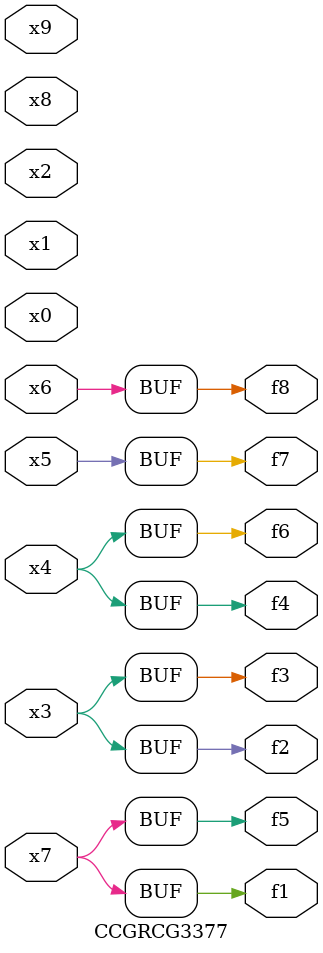
<source format=v>
module CCGRCG3377(
	input x0, x1, x2, x3, x4, x5, x6, x7, x8, x9,
	output f1, f2, f3, f4, f5, f6, f7, f8
);
	assign f1 = x7;
	assign f2 = x3;
	assign f3 = x3;
	assign f4 = x4;
	assign f5 = x7;
	assign f6 = x4;
	assign f7 = x5;
	assign f8 = x6;
endmodule

</source>
